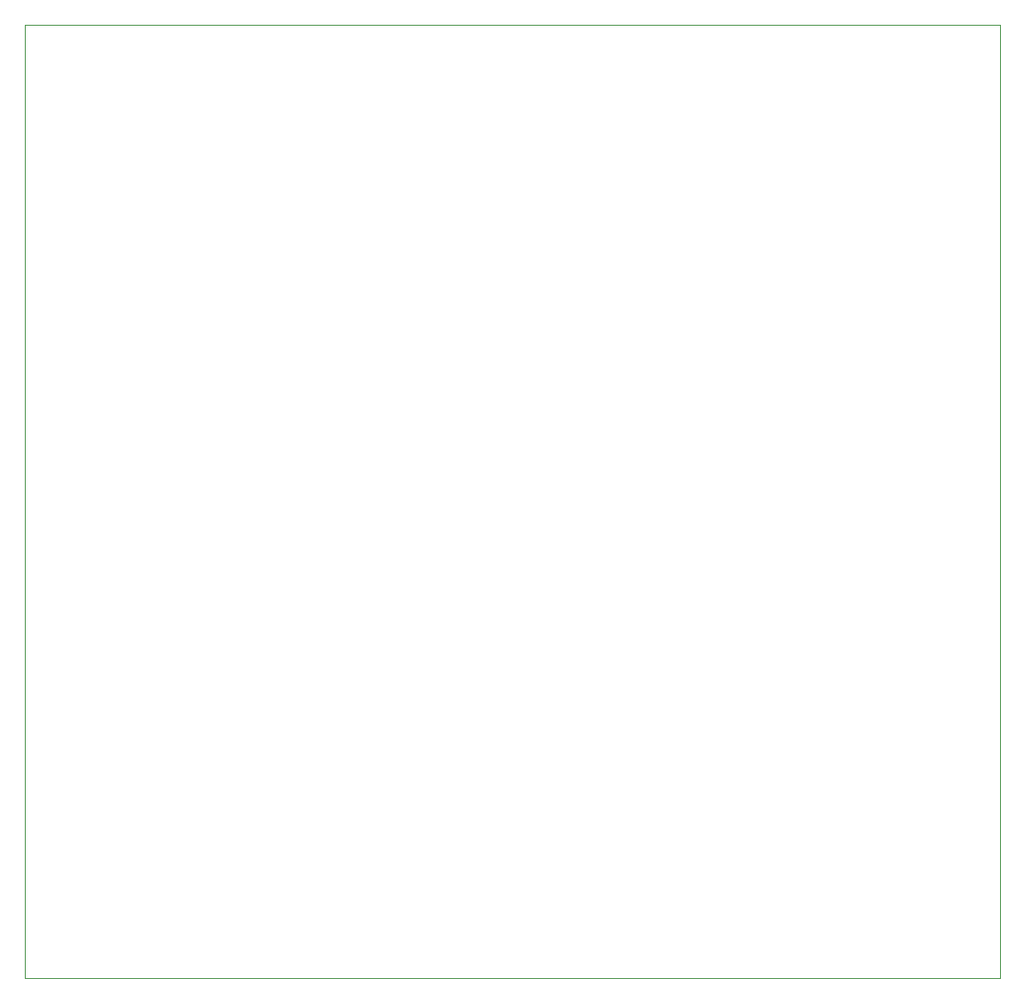
<source format=gm1>
G04 #@! TF.GenerationSoftware,KiCad,Pcbnew,7.0.7-7.0.7~ubuntu23.04.1*
G04 #@! TF.CreationDate,2023-09-22T06:11:18+00:00*
G04 #@! TF.ProjectId,mbed-ce-ci-shield-v2,6d626564-2d63-4652-9d63-692d73686965,0*
G04 #@! TF.SameCoordinates,Original*
G04 #@! TF.FileFunction,Profile,NP*
%FSLAX46Y46*%
G04 Gerber Fmt 4.6, Leading zero omitted, Abs format (unit mm)*
G04 Created by KiCad (PCBNEW 7.0.7-7.0.7~ubuntu23.04.1) date 2023-09-22 06:11:18*
%MOMM*%
%LPD*%
G01*
G04 APERTURE LIST*
G04 #@! TA.AperFunction,Profile*
%ADD10C,0.100000*%
G04 #@! TD*
G04 APERTURE END LIST*
D10*
X66000000Y-26000000D02*
X159000000Y-26000000D01*
X159000000Y-117000000D01*
X66000000Y-117000000D01*
X66000000Y-26000000D01*
M02*

</source>
